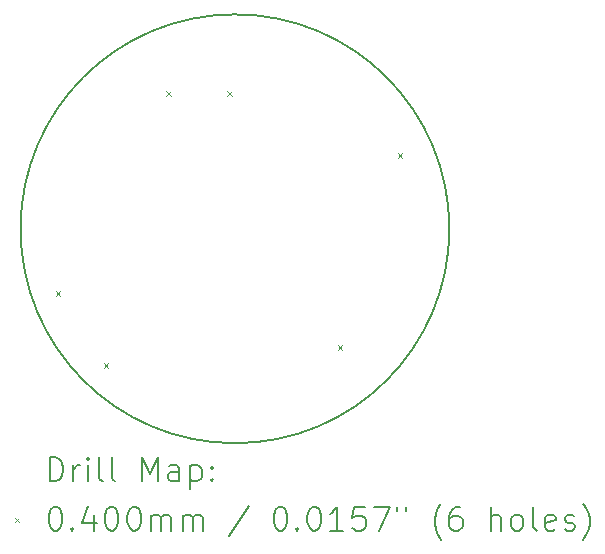
<source format=gbr>
%TF.GenerationSoftware,KiCad,Pcbnew,(6.0.8)*%
%TF.CreationDate,2023-04-11T21:20:02-04:00*%
%TF.ProjectId,Rat_NEST_v1,5261745f-4e45-4535-945f-76312e6b6963,rev?*%
%TF.SameCoordinates,Original*%
%TF.FileFunction,Drillmap*%
%TF.FilePolarity,Positive*%
%FSLAX45Y45*%
G04 Gerber Fmt 4.5, Leading zero omitted, Abs format (unit mm)*
G04 Created by KiCad (PCBNEW (6.0.8)) date 2023-04-11 21:20:02*
%MOMM*%
%LPD*%
G01*
G04 APERTURE LIST*
%ADD10C,0.200000*%
%ADD11C,0.040000*%
G04 APERTURE END LIST*
D10*
X16775831Y-10627360D02*
G75*
G03*
X16775831Y-10627360I-1815231J0D01*
G01*
D11*
X13442000Y-11156000D02*
X13482000Y-11196000D01*
X13482000Y-11156000D02*
X13442000Y-11196000D01*
X13848400Y-11765600D02*
X13888400Y-11805600D01*
X13888400Y-11765600D02*
X13848400Y-11805600D01*
X14376720Y-9464360D02*
X14416720Y-9504360D01*
X14416720Y-9464360D02*
X14376720Y-9504360D01*
X14894880Y-9464360D02*
X14934880Y-9504360D01*
X14934880Y-9464360D02*
X14894880Y-9504360D01*
X15829600Y-11613200D02*
X15869600Y-11653200D01*
X15869600Y-11613200D02*
X15829600Y-11653200D01*
X16337600Y-9987600D02*
X16377600Y-10027600D01*
X16377600Y-9987600D02*
X16337600Y-10027600D01*
D10*
X13392988Y-12763067D02*
X13392988Y-12563067D01*
X13440607Y-12563067D01*
X13469178Y-12572591D01*
X13488226Y-12591639D01*
X13497750Y-12610686D01*
X13507273Y-12648782D01*
X13507273Y-12677353D01*
X13497750Y-12715448D01*
X13488226Y-12734496D01*
X13469178Y-12753543D01*
X13440607Y-12763067D01*
X13392988Y-12763067D01*
X13592988Y-12763067D02*
X13592988Y-12629734D01*
X13592988Y-12667829D02*
X13602512Y-12648782D01*
X13612035Y-12639258D01*
X13631083Y-12629734D01*
X13650131Y-12629734D01*
X13716797Y-12763067D02*
X13716797Y-12629734D01*
X13716797Y-12563067D02*
X13707273Y-12572591D01*
X13716797Y-12582115D01*
X13726321Y-12572591D01*
X13716797Y-12563067D01*
X13716797Y-12582115D01*
X13840607Y-12763067D02*
X13821559Y-12753543D01*
X13812035Y-12734496D01*
X13812035Y-12563067D01*
X13945369Y-12763067D02*
X13926321Y-12753543D01*
X13916797Y-12734496D01*
X13916797Y-12563067D01*
X14173940Y-12763067D02*
X14173940Y-12563067D01*
X14240607Y-12705924D01*
X14307273Y-12563067D01*
X14307273Y-12763067D01*
X14488226Y-12763067D02*
X14488226Y-12658305D01*
X14478702Y-12639258D01*
X14459654Y-12629734D01*
X14421559Y-12629734D01*
X14402512Y-12639258D01*
X14488226Y-12753543D02*
X14469178Y-12763067D01*
X14421559Y-12763067D01*
X14402512Y-12753543D01*
X14392988Y-12734496D01*
X14392988Y-12715448D01*
X14402512Y-12696401D01*
X14421559Y-12686877D01*
X14469178Y-12686877D01*
X14488226Y-12677353D01*
X14583464Y-12629734D02*
X14583464Y-12829734D01*
X14583464Y-12639258D02*
X14602512Y-12629734D01*
X14640607Y-12629734D01*
X14659654Y-12639258D01*
X14669178Y-12648782D01*
X14678702Y-12667829D01*
X14678702Y-12724972D01*
X14669178Y-12744020D01*
X14659654Y-12753543D01*
X14640607Y-12763067D01*
X14602512Y-12763067D01*
X14583464Y-12753543D01*
X14764416Y-12744020D02*
X14773940Y-12753543D01*
X14764416Y-12763067D01*
X14754893Y-12753543D01*
X14764416Y-12744020D01*
X14764416Y-12763067D01*
X14764416Y-12639258D02*
X14773940Y-12648782D01*
X14764416Y-12658305D01*
X14754893Y-12648782D01*
X14764416Y-12639258D01*
X14764416Y-12658305D01*
D11*
X13095369Y-13072591D02*
X13135369Y-13112591D01*
X13135369Y-13072591D02*
X13095369Y-13112591D01*
D10*
X13431083Y-12983067D02*
X13450131Y-12983067D01*
X13469178Y-12992591D01*
X13478702Y-13002115D01*
X13488226Y-13021163D01*
X13497750Y-13059258D01*
X13497750Y-13106877D01*
X13488226Y-13144972D01*
X13478702Y-13164020D01*
X13469178Y-13173543D01*
X13450131Y-13183067D01*
X13431083Y-13183067D01*
X13412035Y-13173543D01*
X13402512Y-13164020D01*
X13392988Y-13144972D01*
X13383464Y-13106877D01*
X13383464Y-13059258D01*
X13392988Y-13021163D01*
X13402512Y-13002115D01*
X13412035Y-12992591D01*
X13431083Y-12983067D01*
X13583464Y-13164020D02*
X13592988Y-13173543D01*
X13583464Y-13183067D01*
X13573940Y-13173543D01*
X13583464Y-13164020D01*
X13583464Y-13183067D01*
X13764416Y-13049734D02*
X13764416Y-13183067D01*
X13716797Y-12973543D02*
X13669178Y-13116401D01*
X13792988Y-13116401D01*
X13907273Y-12983067D02*
X13926321Y-12983067D01*
X13945369Y-12992591D01*
X13954893Y-13002115D01*
X13964416Y-13021163D01*
X13973940Y-13059258D01*
X13973940Y-13106877D01*
X13964416Y-13144972D01*
X13954893Y-13164020D01*
X13945369Y-13173543D01*
X13926321Y-13183067D01*
X13907273Y-13183067D01*
X13888226Y-13173543D01*
X13878702Y-13164020D01*
X13869178Y-13144972D01*
X13859654Y-13106877D01*
X13859654Y-13059258D01*
X13869178Y-13021163D01*
X13878702Y-13002115D01*
X13888226Y-12992591D01*
X13907273Y-12983067D01*
X14097750Y-12983067D02*
X14116797Y-12983067D01*
X14135845Y-12992591D01*
X14145369Y-13002115D01*
X14154893Y-13021163D01*
X14164416Y-13059258D01*
X14164416Y-13106877D01*
X14154893Y-13144972D01*
X14145369Y-13164020D01*
X14135845Y-13173543D01*
X14116797Y-13183067D01*
X14097750Y-13183067D01*
X14078702Y-13173543D01*
X14069178Y-13164020D01*
X14059654Y-13144972D01*
X14050131Y-13106877D01*
X14050131Y-13059258D01*
X14059654Y-13021163D01*
X14069178Y-13002115D01*
X14078702Y-12992591D01*
X14097750Y-12983067D01*
X14250131Y-13183067D02*
X14250131Y-13049734D01*
X14250131Y-13068782D02*
X14259654Y-13059258D01*
X14278702Y-13049734D01*
X14307273Y-13049734D01*
X14326321Y-13059258D01*
X14335845Y-13078305D01*
X14335845Y-13183067D01*
X14335845Y-13078305D02*
X14345369Y-13059258D01*
X14364416Y-13049734D01*
X14392988Y-13049734D01*
X14412035Y-13059258D01*
X14421559Y-13078305D01*
X14421559Y-13183067D01*
X14516797Y-13183067D02*
X14516797Y-13049734D01*
X14516797Y-13068782D02*
X14526321Y-13059258D01*
X14545369Y-13049734D01*
X14573940Y-13049734D01*
X14592988Y-13059258D01*
X14602512Y-13078305D01*
X14602512Y-13183067D01*
X14602512Y-13078305D02*
X14612035Y-13059258D01*
X14631083Y-13049734D01*
X14659654Y-13049734D01*
X14678702Y-13059258D01*
X14688226Y-13078305D01*
X14688226Y-13183067D01*
X15078702Y-12973543D02*
X14907273Y-13230686D01*
X15335845Y-12983067D02*
X15354893Y-12983067D01*
X15373940Y-12992591D01*
X15383464Y-13002115D01*
X15392988Y-13021163D01*
X15402512Y-13059258D01*
X15402512Y-13106877D01*
X15392988Y-13144972D01*
X15383464Y-13164020D01*
X15373940Y-13173543D01*
X15354893Y-13183067D01*
X15335845Y-13183067D01*
X15316797Y-13173543D01*
X15307273Y-13164020D01*
X15297750Y-13144972D01*
X15288226Y-13106877D01*
X15288226Y-13059258D01*
X15297750Y-13021163D01*
X15307273Y-13002115D01*
X15316797Y-12992591D01*
X15335845Y-12983067D01*
X15488226Y-13164020D02*
X15497750Y-13173543D01*
X15488226Y-13183067D01*
X15478702Y-13173543D01*
X15488226Y-13164020D01*
X15488226Y-13183067D01*
X15621559Y-12983067D02*
X15640607Y-12983067D01*
X15659654Y-12992591D01*
X15669178Y-13002115D01*
X15678702Y-13021163D01*
X15688226Y-13059258D01*
X15688226Y-13106877D01*
X15678702Y-13144972D01*
X15669178Y-13164020D01*
X15659654Y-13173543D01*
X15640607Y-13183067D01*
X15621559Y-13183067D01*
X15602512Y-13173543D01*
X15592988Y-13164020D01*
X15583464Y-13144972D01*
X15573940Y-13106877D01*
X15573940Y-13059258D01*
X15583464Y-13021163D01*
X15592988Y-13002115D01*
X15602512Y-12992591D01*
X15621559Y-12983067D01*
X15878702Y-13183067D02*
X15764416Y-13183067D01*
X15821559Y-13183067D02*
X15821559Y-12983067D01*
X15802512Y-13011639D01*
X15783464Y-13030686D01*
X15764416Y-13040210D01*
X16059654Y-12983067D02*
X15964416Y-12983067D01*
X15954893Y-13078305D01*
X15964416Y-13068782D01*
X15983464Y-13059258D01*
X16031083Y-13059258D01*
X16050131Y-13068782D01*
X16059654Y-13078305D01*
X16069178Y-13097353D01*
X16069178Y-13144972D01*
X16059654Y-13164020D01*
X16050131Y-13173543D01*
X16031083Y-13183067D01*
X15983464Y-13183067D01*
X15964416Y-13173543D01*
X15954893Y-13164020D01*
X16135845Y-12983067D02*
X16269178Y-12983067D01*
X16183464Y-13183067D01*
X16335845Y-12983067D02*
X16335845Y-13021163D01*
X16412035Y-12983067D02*
X16412035Y-13021163D01*
X16707273Y-13259258D02*
X16697750Y-13249734D01*
X16678702Y-13221163D01*
X16669178Y-13202115D01*
X16659654Y-13173543D01*
X16650131Y-13125924D01*
X16650131Y-13087829D01*
X16659654Y-13040210D01*
X16669178Y-13011639D01*
X16678702Y-12992591D01*
X16697750Y-12964020D01*
X16707273Y-12954496D01*
X16869178Y-12983067D02*
X16831083Y-12983067D01*
X16812035Y-12992591D01*
X16802512Y-13002115D01*
X16783464Y-13030686D01*
X16773940Y-13068782D01*
X16773940Y-13144972D01*
X16783464Y-13164020D01*
X16792988Y-13173543D01*
X16812035Y-13183067D01*
X16850131Y-13183067D01*
X16869178Y-13173543D01*
X16878702Y-13164020D01*
X16888226Y-13144972D01*
X16888226Y-13097353D01*
X16878702Y-13078305D01*
X16869178Y-13068782D01*
X16850131Y-13059258D01*
X16812035Y-13059258D01*
X16792988Y-13068782D01*
X16783464Y-13078305D01*
X16773940Y-13097353D01*
X17126321Y-13183067D02*
X17126321Y-12983067D01*
X17212035Y-13183067D02*
X17212035Y-13078305D01*
X17202512Y-13059258D01*
X17183464Y-13049734D01*
X17154893Y-13049734D01*
X17135845Y-13059258D01*
X17126321Y-13068782D01*
X17335845Y-13183067D02*
X17316797Y-13173543D01*
X17307274Y-13164020D01*
X17297750Y-13144972D01*
X17297750Y-13087829D01*
X17307274Y-13068782D01*
X17316797Y-13059258D01*
X17335845Y-13049734D01*
X17364416Y-13049734D01*
X17383464Y-13059258D01*
X17392988Y-13068782D01*
X17402512Y-13087829D01*
X17402512Y-13144972D01*
X17392988Y-13164020D01*
X17383464Y-13173543D01*
X17364416Y-13183067D01*
X17335845Y-13183067D01*
X17516797Y-13183067D02*
X17497750Y-13173543D01*
X17488226Y-13154496D01*
X17488226Y-12983067D01*
X17669178Y-13173543D02*
X17650131Y-13183067D01*
X17612035Y-13183067D01*
X17592988Y-13173543D01*
X17583464Y-13154496D01*
X17583464Y-13078305D01*
X17592988Y-13059258D01*
X17612035Y-13049734D01*
X17650131Y-13049734D01*
X17669178Y-13059258D01*
X17678702Y-13078305D01*
X17678702Y-13097353D01*
X17583464Y-13116401D01*
X17754893Y-13173543D02*
X17773940Y-13183067D01*
X17812035Y-13183067D01*
X17831083Y-13173543D01*
X17840607Y-13154496D01*
X17840607Y-13144972D01*
X17831083Y-13125924D01*
X17812035Y-13116401D01*
X17783464Y-13116401D01*
X17764416Y-13106877D01*
X17754893Y-13087829D01*
X17754893Y-13078305D01*
X17764416Y-13059258D01*
X17783464Y-13049734D01*
X17812035Y-13049734D01*
X17831083Y-13059258D01*
X17907274Y-13259258D02*
X17916797Y-13249734D01*
X17935845Y-13221163D01*
X17945369Y-13202115D01*
X17954893Y-13173543D01*
X17964416Y-13125924D01*
X17964416Y-13087829D01*
X17954893Y-13040210D01*
X17945369Y-13011639D01*
X17935845Y-12992591D01*
X17916797Y-12964020D01*
X17907274Y-12954496D01*
M02*

</source>
